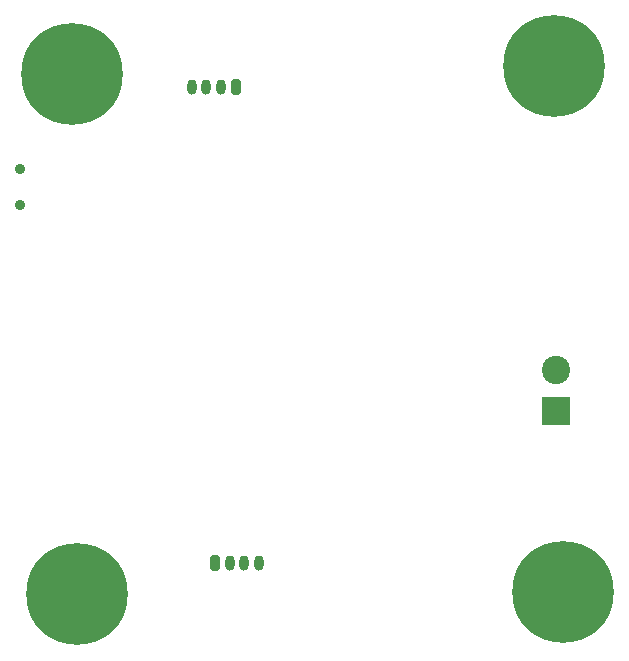
<source format=gbr>
%TF.GenerationSoftware,KiCad,Pcbnew,7.0.2*%
%TF.CreationDate,2023-06-15T10:28:23+05:30*%
%TF.ProjectId,stm32,73746d33-322e-46b6-9963-61645f706362,rev?*%
%TF.SameCoordinates,Original*%
%TF.FileFunction,Soldermask,Bot*%
%TF.FilePolarity,Negative*%
%FSLAX46Y46*%
G04 Gerber Fmt 4.6, Leading zero omitted, Abs format (unit mm)*
G04 Created by KiCad (PCBNEW 7.0.2) date 2023-06-15 10:28:23*
%MOMM*%
%LPD*%
G01*
G04 APERTURE LIST*
G04 Aperture macros list*
%AMRoundRect*
0 Rectangle with rounded corners*
0 $1 Rounding radius*
0 $2 $3 $4 $5 $6 $7 $8 $9 X,Y pos of 4 corners*
0 Add a 4 corners polygon primitive as box body*
4,1,4,$2,$3,$4,$5,$6,$7,$8,$9,$2,$3,0*
0 Add four circle primitives for the rounded corners*
1,1,$1+$1,$2,$3*
1,1,$1+$1,$4,$5*
1,1,$1+$1,$6,$7*
1,1,$1+$1,$8,$9*
0 Add four rect primitives between the rounded corners*
20,1,$1+$1,$2,$3,$4,$5,0*
20,1,$1+$1,$4,$5,$6,$7,0*
20,1,$1+$1,$6,$7,$8,$9,0*
20,1,$1+$1,$8,$9,$2,$3,0*%
G04 Aperture macros list end*
%ADD10RoundRect,0.200000X-0.200000X-0.450000X0.200000X-0.450000X0.200000X0.450000X-0.200000X0.450000X0*%
%ADD11O,0.800000X1.300000*%
%ADD12C,0.900000*%
%ADD13R,2.400000X2.400000*%
%ADD14C,2.400000*%
%ADD15C,8.600000*%
%ADD16RoundRect,0.200000X0.200000X0.450000X-0.200000X0.450000X-0.200000X-0.450000X0.200000X-0.450000X0*%
G04 APERTURE END LIST*
D10*
%TO.C,J3*%
X93657500Y-116682000D03*
D11*
X94907500Y-116682000D03*
X96157500Y-116682000D03*
X97407500Y-116682000D03*
%TD*%
D12*
%TO.C,SW1*%
X77190000Y-83332000D03*
X77190000Y-86332000D03*
%TD*%
D13*
%TO.C,J2*%
X122520000Y-103782000D03*
D14*
X122520000Y-100282000D03*
%TD*%
D12*
%TO.C,H1*%
X119114581Y-74601581D03*
X120059162Y-72321162D03*
X120059162Y-76882000D03*
X122339581Y-71376581D03*
D15*
X122339581Y-74601581D03*
D12*
X122339581Y-77826581D03*
X124620000Y-72321162D03*
X124620000Y-76882000D03*
X125564581Y-74601581D03*
%TD*%
%TO.C,H3*%
X78735600Y-119316800D03*
X79680181Y-117036381D03*
X79680181Y-121597219D03*
X81960600Y-116091800D03*
D15*
X81960600Y-119316800D03*
D12*
X81960600Y-122541800D03*
X84241019Y-117036381D03*
X84241019Y-121597219D03*
X85185600Y-119316800D03*
%TD*%
%TO.C,H4*%
X78314581Y-75251581D03*
X79259162Y-72971162D03*
X79259162Y-77532000D03*
X81539581Y-72026581D03*
D15*
X81539581Y-75251581D03*
D12*
X81539581Y-78476581D03*
X83820000Y-72971162D03*
X83820000Y-77532000D03*
X84764581Y-75251581D03*
%TD*%
D16*
%TO.C,J4*%
X95445000Y-76332000D03*
D11*
X94195000Y-76332000D03*
X92945000Y-76332000D03*
X91695000Y-76332000D03*
%TD*%
D12*
%TO.C,H2*%
X119914581Y-119101581D03*
X120859162Y-116821162D03*
X120859162Y-121382000D03*
X123139581Y-115876581D03*
D15*
X123139581Y-119101581D03*
D12*
X123139581Y-122326581D03*
X125420000Y-116821162D03*
X125420000Y-121382000D03*
X126364581Y-119101581D03*
%TD*%
M02*

</source>
